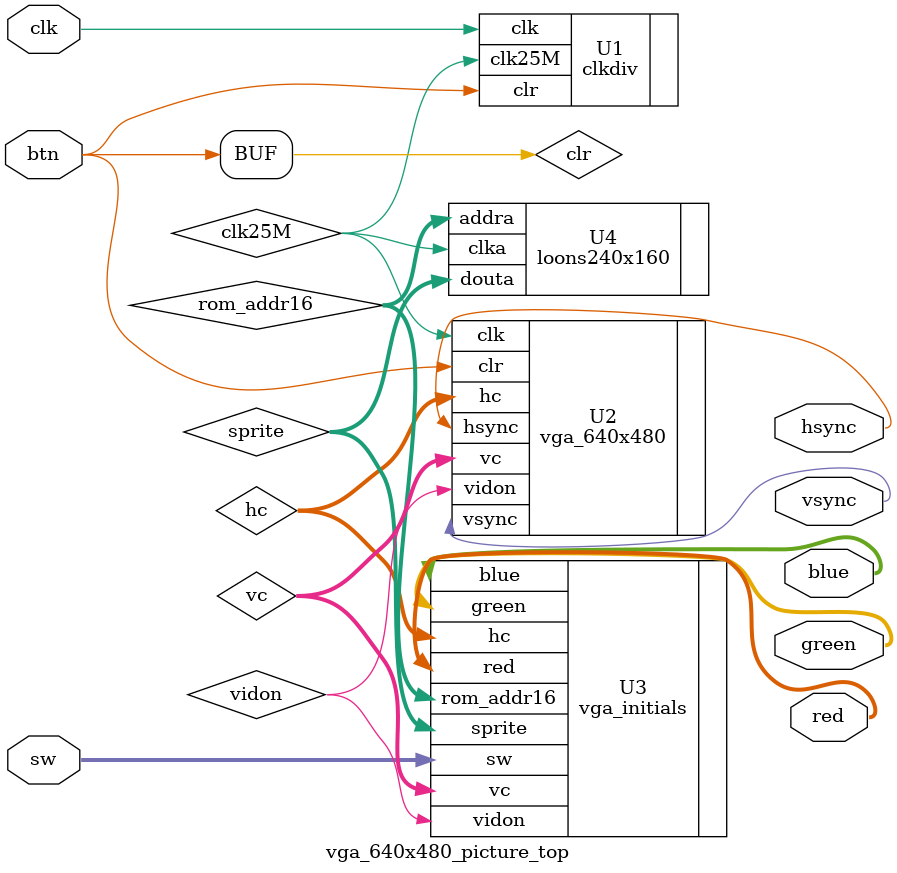
<source format=v>
`timescale 1ns / 1ps
module vga_640x480_picture_top( hsync, vsync, red, green, blue, clk, btn, sw
    );
	 
	 input clk, btn;
	 input [7:0] sw;
	 output hsync, vsync;
	 output [2:0] red, green;
	 output [1:0] blue;
	 
	 wire clr, clk25M, vidon;
	 wire [9:0] hc, vc;
	 wire [7:0] sprite;
	 wire [15:0] rom_addr16;
	 
	 assign clr = btn;
	 
	 clkdiv U1(.clk25M(clk25M), .clk(clk), .clr(clr));
	 vga_640x480 U2(.hsync(hsync), .vsync(vsync), .hc(hc), .vc(vc), .vidon(vidon), .clk(clk25M), .clr(clr));
	 vga_initials U3(.rom_addr16(rom_addr16), .red(red), .green(green), .blue(blue), .vidon(vidon), .hc(hc), .vc(vc), .sprite(sprite), .sw(sw));
	 loons240x160 U4(.clka(clk25M), .addra(rom_addr16), .douta(sprite));


endmodule

</source>
